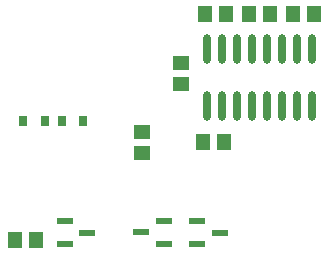
<source format=gbp>
%FSTAX24Y24*%
%MOIN*%
G70*
G01*
G75*
G04 Layer_Color=128*
%ADD10R,0.0532X0.0472*%
%ADD11R,0.0728X0.0472*%
%ADD12R,0.0472X0.0532*%
%ADD13R,0.0807X0.0157*%
%ADD14R,0.0433X0.0256*%
%ADD15R,0.0472X0.0551*%
%ADD16R,0.0551X0.0472*%
%ADD17C,0.0100*%
%ADD18C,0.0200*%
G04:AMPARAMS|DCode=19|XSize=78.7mil|YSize=60mil|CornerRadius=0mil|HoleSize=0mil|Usage=FLASHONLY|Rotation=0.000|XOffset=0mil|YOffset=0mil|HoleType=Round|Shape=Octagon|*
%AMOCTAGOND19*
4,1,8,0.0394,-0.0150,0.0394,0.0150,0.0244,0.0300,-0.0244,0.0300,-0.0394,0.0150,-0.0394,-0.0150,-0.0244,-0.0300,0.0244,-0.0300,0.0394,-0.0150,0.0*
%
%ADD19OCTAGOND19*%

%ADD20C,0.0600*%
%ADD21R,0.0591X0.0591*%
%ADD22C,0.0591*%
%ADD23R,0.0591X0.0591*%
%ADD24C,0.0984*%
%ADD25R,0.0984X0.0984*%
%ADD26C,0.0320*%
%ADD27R,0.0551X0.0236*%
%ADD28O,0.0276X0.0984*%
%ADD29R,0.0315X0.0374*%
%ADD30C,0.0039*%
%ADD31R,0.0612X0.0552*%
%ADD32R,0.0808X0.0552*%
%ADD33R,0.0552X0.0612*%
%ADD34R,0.0887X0.0237*%
%ADD35R,0.0513X0.0336*%
%ADD36R,0.0552X0.0631*%
%ADD37R,0.0631X0.0552*%
G04:AMPARAMS|DCode=38|XSize=86.7mil|YSize=68mil|CornerRadius=0mil|HoleSize=0mil|Usage=FLASHONLY|Rotation=0.000|XOffset=0mil|YOffset=0mil|HoleType=Round|Shape=Octagon|*
%AMOCTAGOND38*
4,1,8,0.0434,-0.0170,0.0434,0.0170,0.0264,0.0340,-0.0264,0.0340,-0.0434,0.0170,-0.0434,-0.0170,-0.0264,-0.0340,0.0264,-0.0340,0.0434,-0.0170,0.0*
%
%ADD38OCTAGOND38*%

%ADD39C,0.0680*%
%ADD40R,0.0671X0.0671*%
%ADD41C,0.0671*%
%ADD42R,0.0671X0.0671*%
%ADD43C,0.1064*%
%ADD44R,0.1064X0.1064*%
%ADD45C,0.0400*%
%ADD46R,0.0631X0.0316*%
%ADD47O,0.0356X0.1064*%
%ADD48R,0.0395X0.0454*%
D10*
X070689Y044852D02*
D03*
Y04556D02*
D03*
D12*
X06715Y041949D02*
D03*
X066441D02*
D03*
D15*
X075698Y049489D02*
D03*
X076407D02*
D03*
X074241D02*
D03*
X07495D02*
D03*
X073493D02*
D03*
X072785D02*
D03*
X072697Y045206D02*
D03*
X073406D02*
D03*
D16*
X071973Y047862D02*
D03*
Y047154D02*
D03*
D27*
X068103Y041819D02*
D03*
Y042567D02*
D03*
X068851Y042193D02*
D03*
X070654Y042201D02*
D03*
X071402Y041827D02*
D03*
Y042575D02*
D03*
X072524Y041819D02*
D03*
Y042567D02*
D03*
X073272Y042193D02*
D03*
D28*
X072846Y048327D02*
D03*
X073346D02*
D03*
X073846D02*
D03*
X074346D02*
D03*
X074846D02*
D03*
X075346D02*
D03*
X075846D02*
D03*
X076346D02*
D03*
X072846Y046398D02*
D03*
X073346D02*
D03*
X073846D02*
D03*
X074346D02*
D03*
X074846D02*
D03*
X075346D02*
D03*
X075846D02*
D03*
X076346D02*
D03*
D29*
X068721Y045909D02*
D03*
X068012D02*
D03*
X066721Y045909D02*
D03*
X06743D02*
D03*
M02*

</source>
